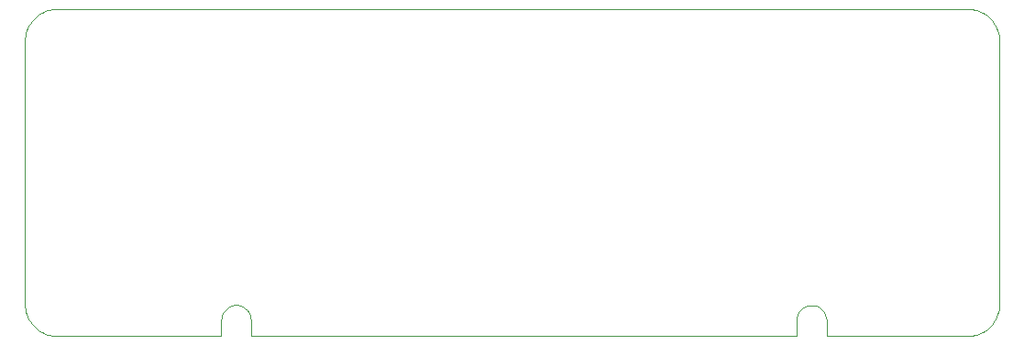
<source format=gm1>
G04*
G04 #@! TF.GenerationSoftware,Altium Limited,Altium Designer,21.7.2 (23)*
G04*
G04 Layer_Color=16711935*
%FSLAX44Y44*%
%MOMM*%
G71*
G04*
G04 #@! TF.SameCoordinates,7C38C3A3-C4E6-443E-8540-10D383AE158C*
G04*
G04*
G04 #@! TF.FilePolarity,Positive*
G04*
G01*
G75*
%ADD15C,0.1000*%
D15*
X740250Y15000D02*
X740016Y17527D01*
X739322Y19967D01*
X738191Y22239D01*
X736661Y24263D01*
X734786Y25973D01*
X732629Y27309D01*
X730263Y28225D01*
X727769Y28691D01*
X725231D01*
X722737Y28225D01*
X720371Y27309D01*
X718214Y25973D01*
X716339Y24263D01*
X714809Y22239D01*
X713679Y19967D01*
X712984Y17527D01*
X712750Y15000D01*
X208750Y15080D02*
X208516Y17607D01*
X207822Y20048D01*
X206691Y22319D01*
X205161Y24344D01*
X203286Y26053D01*
X201129Y27389D01*
X198763Y28306D01*
X196269Y28772D01*
X193731D01*
X191237Y28306D01*
X188871Y27389D01*
X186714Y26053D01*
X184839Y24344D01*
X183309Y22319D01*
X182178Y20048D01*
X181484Y17607D01*
X181250Y15080D01*
X900000Y273000D02*
X899898Y275478D01*
X899591Y277938D01*
X899082Y280365D01*
X898375Y282741D01*
X897473Y285051D01*
X896384Y287278D01*
X895115Y289408D01*
X893674Y291427D01*
X892072Y293319D01*
X890319Y295072D01*
X888426Y296674D01*
X886408Y298115D01*
X884278Y299384D01*
X882051Y300473D01*
X879741Y301375D01*
X877365Y302082D01*
X874938Y302591D01*
X872477Y302898D01*
X870000Y303000D01*
X30000D02*
X27523Y302898D01*
X25062Y302591D01*
X22636Y302082D01*
X20259Y301375D01*
X17949Y300473D01*
X15722Y299384D01*
X13592Y298115D01*
X11574Y296674D01*
X9682Y295072D01*
X7928Y293319D01*
X6326Y291427D01*
X4885Y289408D01*
X3616Y287278D01*
X2527Y285051D01*
X1626Y282741D01*
X918Y280365D01*
X409Y277938D01*
X103Y275478D01*
X0Y273000D01*
X0Y30000D02*
X103Y27523D01*
X409Y25062D01*
X918Y22636D01*
X1626Y20259D01*
X2527Y17949D01*
X3616Y15722D01*
X4885Y13592D01*
X6326Y11574D01*
X7928Y9682D01*
X9682Y7928D01*
X11574Y6326D01*
X13592Y4885D01*
X15722Y3616D01*
X17949Y2527D01*
X20259Y1626D01*
X22636Y918D01*
X25062Y409D01*
X27523Y103D01*
X30000Y0D01*
X870000D02*
X872477Y103D01*
X874938Y409D01*
X877365Y918D01*
X879741Y1626D01*
X882051Y2527D01*
X884278Y3616D01*
X886408Y4885D01*
X888427Y6326D01*
X890319Y7928D01*
X892072Y9682D01*
X893674Y11574D01*
X895115Y13592D01*
X896384Y15722D01*
X897473Y17949D01*
X898375Y20259D01*
X899082Y22636D01*
X899591Y25062D01*
X899898Y27523D01*
X900000Y30000D01*
X740250Y0D02*
Y15000D01*
X712750Y0D02*
Y15000D01*
X740250Y0D02*
X870000D01*
X208750D02*
X712750Y0D01*
X208750Y0D02*
X208750Y0D01*
X208750Y0D02*
Y15080D01*
X30000Y0D02*
X181250D01*
Y0D02*
Y15080D01*
X30000Y303000D02*
X870000D01*
X0Y30000D02*
Y273000D01*
X900000Y30000D02*
Y273000D01*
M02*

</source>
